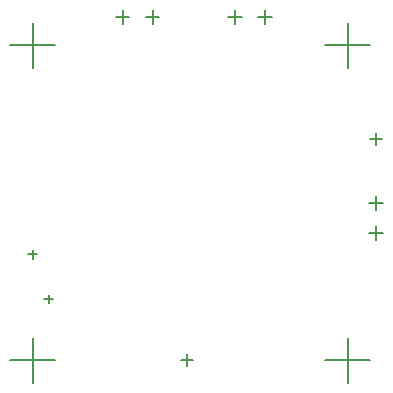
<source format=gbr>
G04 Layer_Color=128*
%FSLAX26Y26*%
%MOIN*%
%TF.FileFunction,Drillmap*%
%TF.Part,Single*%
G01*
G75*
%TA.AperFunction,NonConductor*%
%ADD24C,0.005000*%
D24*
X720000Y225000D02*
X760000D01*
X740000Y205000D02*
Y245000D01*
X1350000Y962320D02*
X1390000D01*
X1370000Y942320D02*
Y982320D01*
X150000Y1275000D02*
X300000D01*
X225000Y1200000D02*
Y1350000D01*
X1200000Y1275000D02*
X1350000D01*
X1275000Y1200000D02*
Y1350000D01*
X150000Y225000D02*
X300000D01*
X225000Y150000D02*
Y300000D01*
X1200000Y225000D02*
X1350000D01*
X1275000Y150000D02*
Y300000D01*
X877362Y1370000D02*
X922638D01*
X900000Y1347362D02*
Y1392638D01*
X977362Y1370000D02*
X1022638D01*
X1000000Y1347362D02*
Y1392638D01*
X1347362Y750000D02*
X1392638D01*
X1370000Y727362D02*
Y772638D01*
X1347362Y650000D02*
X1392638D01*
X1370000Y627362D02*
Y672638D01*
X502362Y1370000D02*
X547638D01*
X525000Y1347362D02*
Y1392638D01*
X602362Y1370000D02*
X647638D01*
X625000Y1347362D02*
Y1392638D01*
X211071Y578000D02*
X239071D01*
X225071Y564000D02*
Y592000D01*
X264000Y429000D02*
X292000D01*
X278000Y415000D02*
Y443000D01*
%TF.MD5,809d766edb4739aa9356ed517d6ec9f0*%
M02*

</source>
